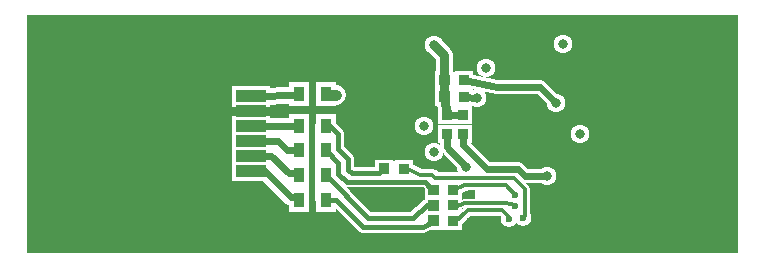
<source format=gbr>
%FSLAX34Y34*%
%MOMM*%
%LNCOPPER_BOTTOM*%
G71*
G01*
%ADD10R,1.500X1.500*%
%ADD11C,1.600*%
%ADD12C,1.400*%
%ADD13R,1.700X2.000*%
%ADD14R,3.300X1.800*%
%ADD15C,1.400*%
%ADD16C,0.800*%
%ADD17C,1.700*%
%ADD18C,0.700*%
%ADD19C,0.900*%
%ADD20C,0.400*%
%ADD21C,1.000*%
%ADD22C,1.100*%
%ADD23C,0.100*%
%ADD24C,1.200*%
%ADD25R,0.900X0.900*%
%ADD26C,0.600*%
%ADD27C,0.800*%
%ADD28R,0.900X1.200*%
%ADD29R,0.600X2.200*%
%ADD30R,2.500X1.000*%
%ADD31C,0.600*%
%ADD32C,1.500*%
%ADD33C,0.300*%
%LPD*%
G36*
X0Y1000000D02*
X602000Y1000000D01*
X602000Y798000D01*
X0Y798000D01*
X0Y1000000D01*
G37*
%LPC*%
G36*
X346123Y952004D02*
X361123Y952005D01*
X361123Y937005D01*
X346123Y937004D01*
X346123Y952004D01*
G37*
X370323Y944405D02*
G54D10*
D03*
X468500Y899300D02*
G54D11*
D03*
X454300Y974800D02*
G54D11*
D03*
X408100Y827300D02*
G54D12*
D03*
X413900Y847700D02*
G54D12*
D03*
X413800Y837900D02*
G54D12*
D03*
X420000Y827600D02*
G54D12*
D03*
X344830Y883298D02*
G54D11*
D03*
X440600Y863200D02*
G54D11*
D03*
X371975Y871329D02*
G54D11*
D03*
X230256Y905891D02*
G54D13*
D03*
X253256Y905891D02*
G54D13*
D03*
X230256Y884991D02*
G54D13*
D03*
X253256Y884991D02*
G54D13*
D03*
X230256Y864091D02*
G54D13*
D03*
X253256Y864091D02*
G54D13*
D03*
X230256Y843191D02*
G54D13*
D03*
X253256Y843191D02*
G54D13*
D03*
X230256Y932891D02*
G54D13*
D03*
X253256Y932891D02*
G54D13*
D03*
X389000Y954900D02*
G54D11*
D03*
X336200Y906000D02*
G54D11*
D03*
X345300Y974000D02*
G54D11*
D03*
X189770Y931400D02*
G54D14*
D03*
X189770Y918700D02*
G54D14*
D03*
X189770Y906000D02*
G54D14*
D03*
X189770Y893300D02*
G54D14*
D03*
X189770Y880600D02*
G54D14*
D03*
X189770Y867900D02*
G54D14*
D03*
G54D15*
X189770Y931400D02*
X230256Y931891D01*
G54D15*
X189770Y906000D02*
X230256Y905509D01*
G54D15*
X189770Y893300D02*
X212600Y893300D01*
X220500Y885400D01*
X229996Y885400D01*
X230256Y885659D01*
G54D15*
X189770Y880600D02*
X207300Y880600D01*
X222000Y865900D01*
X230065Y865900D01*
X230256Y865709D01*
G54D15*
X189770Y867900D02*
X201500Y867900D01*
X223500Y845900D01*
X230165Y845900D01*
X230256Y845809D01*
G36*
X215000Y904500D02*
X230500Y904500D01*
X230500Y853500D01*
X215000Y853500D01*
X215000Y904500D01*
G37*
G54D16*
X215000Y904500D02*
X230500Y904500D01*
X230500Y853500D01*
X215000Y853500D01*
X215000Y904500D01*
X262256Y931891D02*
G54D11*
D03*
G54D17*
X262256Y931891D02*
X253256Y931891D01*
X381400Y929600D02*
G54D11*
D03*
X448400Y925300D02*
G54D11*
D03*
G54D18*
X375000Y840500D02*
X406000Y840500D01*
X413800Y838400D01*
X413700Y838500D01*
X413800Y838400D01*
G54D16*
X371000Y855600D02*
X394000Y855600D01*
G54D16*
X367000Y861600D02*
X394000Y861600D01*
G54D16*
X394000Y855600D02*
X406000Y855600D01*
X413900Y847700D01*
G54D16*
X394000Y861600D02*
X412400Y861600D01*
X422000Y852000D01*
X422000Y829600D01*
X420000Y827600D01*
G54D19*
X362000Y825000D02*
X364000Y825000D01*
X372000Y833000D01*
G54D19*
X372000Y833000D02*
X373400Y834400D01*
X402400Y834400D01*
X408100Y828700D01*
X408100Y827300D01*
G54D18*
X360000Y836000D02*
X363000Y837000D01*
X371500Y840500D01*
X375000Y840500D01*
G54D19*
X361323Y851405D02*
X371000Y855600D01*
G36*
X230256Y905891D02*
X259742Y905891D01*
X259742Y844732D01*
X230256Y844732D01*
X230256Y905891D01*
G37*
G54D20*
X230256Y905891D02*
X259742Y905891D01*
X259742Y844732D01*
X230256Y844732D01*
X230256Y905891D01*
G54D21*
X345623Y838505D02*
X338688Y838452D01*
X327000Y828000D01*
X317000Y828000D01*
G54D21*
X316000Y820000D02*
X336000Y820000D01*
X344623Y825505D01*
G54D21*
X253256Y864091D02*
X289346Y828000D01*
X316000Y828000D01*
G54D21*
X316000Y820000D02*
X285000Y820000D01*
X262000Y843000D01*
X253446Y843000D01*
X253256Y843191D01*
G36*
X295123Y877004D02*
X310123Y877005D01*
X310123Y862005D01*
X295123Y862004D01*
X295123Y877004D01*
G37*
X319323Y869405D02*
G54D10*
D03*
G36*
X337123Y859004D02*
X352123Y859005D01*
X352123Y844005D01*
X337123Y844004D01*
X337123Y859004D01*
G37*
X361323Y851405D02*
G54D10*
D03*
G36*
X337123Y846004D02*
X352123Y846005D01*
X352123Y831005D01*
X337123Y831004D01*
X337123Y846004D01*
G37*
X361323Y838405D02*
G54D10*
D03*
G36*
X337123Y833004D02*
X352123Y833005D01*
X352123Y818005D01*
X337123Y818004D01*
X337123Y833004D01*
G37*
X361323Y825405D02*
G54D10*
D03*
G54D22*
X367000Y861600D02*
X345600Y861600D01*
X343000Y864000D01*
G54D22*
X340000Y864000D02*
X340000Y864000D01*
G54D16*
X344623Y852505D02*
X342495Y852505D01*
X337000Y858000D01*
X321000Y858000D01*
G54D16*
X321000Y858000D02*
X271000Y858000D01*
X264000Y865000D01*
X264000Y874246D01*
X253256Y884991D01*
G54D21*
X253256Y905891D02*
X257109Y905891D01*
X264000Y899000D01*
X264000Y886000D01*
X272464Y877546D01*
X272478Y868397D01*
X275142Y865504D01*
X298405Y865504D01*
X302623Y869505D01*
G54D22*
X323323Y869405D02*
X333265Y864053D01*
X343000Y864000D01*
G36*
X346123Y938004D02*
X361123Y938005D01*
X361123Y923005D01*
X346123Y923004D01*
X346123Y938004D01*
G37*
X370323Y930405D02*
G54D10*
D03*
G36*
X251000Y859000D02*
X263896Y859000D01*
X263896Y842317D01*
X251000Y842317D01*
X251000Y859000D01*
G37*
G54D23*
X251000Y859000D02*
X263896Y859000D01*
X263896Y842317D01*
X251000Y842317D01*
X251000Y859000D01*
G36*
X417000Y850000D02*
X409000Y850000D01*
X409000Y859000D01*
X417000Y859000D01*
X417000Y850000D01*
G37*
G54D23*
X417000Y850000D02*
X409000Y850000D01*
X409000Y859000D01*
X417000Y859000D01*
X417000Y850000D01*
X369680Y915304D02*
G54D10*
D03*
X369580Y898604D02*
G54D10*
D03*
X355580Y898604D02*
G54D10*
D03*
X355680Y915304D02*
G54D10*
D03*
G54D24*
X355580Y898604D02*
X355580Y887724D01*
X371975Y871329D01*
G54D24*
X369580Y898604D02*
X369580Y889420D01*
X390000Y869000D01*
X416000Y869000D01*
X422000Y863000D01*
X440400Y863000D01*
X440600Y863200D01*
G54D15*
X369680Y915304D02*
X355680Y915304D01*
G54D24*
X370323Y930405D02*
X381400Y929600D01*
G54D24*
X370323Y944405D02*
X398000Y939000D01*
X434700Y939000D01*
X448400Y925300D01*
G54D15*
X353623Y930505D02*
X355680Y915304D01*
G54D15*
X353623Y930505D02*
X353623Y944505D01*
X353623Y965677D01*
X345300Y974000D01*
G36*
X326000Y855000D02*
X300382Y855000D01*
X300382Y876491D01*
X326000Y876491D01*
X326000Y855000D01*
G37*
G54D23*
X326000Y855000D02*
X300382Y855000D01*
X300382Y876491D01*
X326000Y876491D01*
X326000Y855000D01*
G36*
X390000Y857000D02*
X376000Y857000D01*
X376000Y874000D01*
X390000Y874000D01*
X390000Y857000D01*
G37*
G54D23*
X390000Y857000D02*
X376000Y857000D01*
X376000Y874000D01*
X390000Y874000D01*
X390000Y857000D01*
G36*
X417000Y829000D02*
X405000Y829000D01*
X405000Y839000D01*
X417000Y839000D01*
X417000Y829000D01*
G37*
G54D23*
X417000Y829000D02*
X405000Y829000D01*
X405000Y839000D01*
X417000Y839000D01*
X417000Y829000D01*
G36*
X367000Y887000D02*
X355580Y887000D01*
X355580Y898604D01*
X367000Y898604D01*
X367000Y887000D01*
G37*
G54D23*
X367000Y887000D02*
X355580Y887000D01*
X355580Y898604D01*
X367000Y898604D01*
X367000Y887000D01*
G36*
X369680Y915304D02*
X353690Y915304D01*
X353690Y951485D01*
X369680Y951485D01*
X369680Y915304D01*
G37*
G54D23*
X369680Y915304D02*
X353690Y915304D01*
X353690Y951485D01*
X369680Y951485D01*
X369680Y915304D01*
G36*
X413800Y837900D02*
X380000Y837900D01*
X380000Y857000D01*
X413800Y857000D01*
X413800Y837900D01*
G37*
G54D23*
X413800Y837900D02*
X380000Y837900D01*
X380000Y857000D01*
X413800Y857000D01*
X413800Y837900D01*
G36*
X364000Y928000D02*
X376666Y928000D01*
X376666Y917383D01*
X364000Y917383D01*
X364000Y928000D01*
G37*
G54D23*
X364000Y928000D02*
X376666Y928000D01*
X376666Y917383D01*
X364000Y917383D01*
X364000Y928000D01*
G36*
X329000Y831000D02*
X340000Y831000D01*
X340000Y823000D01*
X329000Y823000D01*
X329000Y831000D01*
G37*
G54D23*
X329000Y831000D02*
X340000Y831000D01*
X340000Y823000D01*
X329000Y823000D01*
X329000Y831000D01*
G36*
X347000Y859000D02*
X358219Y859000D01*
X358219Y818463D01*
X347000Y818463D01*
X347000Y859000D01*
G37*
G54D23*
X347000Y859000D02*
X358219Y859000D01*
X358219Y818463D01*
X347000Y818463D01*
X347000Y859000D01*
%LPD*%
G36*
X349123Y949005D02*
X358123Y949005D01*
X358123Y940005D01*
X349123Y940005D01*
X349123Y949005D01*
G37*
X370323Y944405D02*
G54D25*
D03*
X394019Y912595D02*
G54D26*
D03*
X400019Y912595D02*
G54D26*
D03*
X406019Y912595D02*
G54D26*
D03*
X412019Y912595D02*
G54D26*
D03*
X394019Y906595D02*
G54D26*
D03*
X400019Y906595D02*
G54D26*
D03*
X406019Y906595D02*
G54D26*
D03*
X412019Y906595D02*
G54D26*
D03*
X394019Y900595D02*
G54D26*
D03*
X400019Y900595D02*
G54D26*
D03*
X406019Y900595D02*
G54D26*
D03*
X412019Y900595D02*
G54D26*
D03*
X394019Y894595D02*
G54D26*
D03*
X400019Y894595D02*
G54D26*
D03*
X406019Y894595D02*
G54D26*
D03*
X412019Y894595D02*
G54D26*
D03*
X418019Y912595D02*
G54D26*
D03*
X424019Y912595D02*
G54D26*
D03*
X418019Y906595D02*
G54D26*
D03*
X424019Y906595D02*
G54D26*
D03*
X418019Y900595D02*
G54D26*
D03*
X424019Y900595D02*
G54D26*
D03*
X418019Y894595D02*
G54D26*
D03*
X424019Y894595D02*
G54D26*
D03*
X394019Y888595D02*
G54D26*
D03*
X400019Y888595D02*
G54D26*
D03*
X406019Y888595D02*
G54D26*
D03*
X412019Y888595D02*
G54D26*
D03*
X394019Y882595D02*
G54D26*
D03*
X400019Y882595D02*
G54D26*
D03*
X406019Y882595D02*
G54D26*
D03*
X412019Y882595D02*
G54D26*
D03*
X418019Y888595D02*
G54D26*
D03*
X424019Y888595D02*
G54D26*
D03*
X418019Y882595D02*
G54D26*
D03*
X424019Y882595D02*
G54D26*
D03*
X452364Y914113D02*
G54D26*
D03*
X485864Y915113D02*
G54D26*
D03*
X485864Y921113D02*
G54D26*
D03*
X485864Y927113D02*
G54D26*
D03*
X495357Y932076D02*
G54D26*
D03*
X495396Y938314D02*
G54D26*
D03*
X491774Y926878D02*
G54D26*
D03*
X468500Y899300D02*
G54D27*
D03*
X454300Y974800D02*
G54D27*
D03*
X408100Y827300D02*
G54D26*
D03*
X413900Y847700D02*
G54D26*
D03*
X413800Y837900D02*
G54D26*
D03*
X420000Y827600D02*
G54D26*
D03*
X344830Y883298D02*
G54D27*
D03*
X493084Y881954D02*
G54D26*
D03*
X498814Y884192D02*
G54D26*
D03*
X504176Y887167D02*
G54D26*
D03*
X509079Y890862D02*
G54D26*
D03*
X513331Y895238D02*
G54D26*
D03*
X516906Y900134D02*
G54D26*
D03*
X519682Y905619D02*
G54D26*
D03*
X521925Y911318D02*
G54D26*
D03*
X524574Y916790D02*
G54D26*
D03*
X527901Y921917D02*
G54D26*
D03*
X531720Y926693D02*
G54D26*
D03*
X536093Y930911D02*
G54D26*
D03*
X540948Y934548D02*
G54D26*
D03*
X546146Y937618D02*
G54D26*
D03*
X551718Y940056D02*
G54D26*
D03*
X557516Y941841D02*
G54D26*
D03*
X563530Y942901D02*
G54D26*
D03*
X574514Y939183D02*
G54D26*
D03*
X580836Y939216D02*
G54D26*
D03*
X586961Y939348D02*
G54D26*
D03*
X593255Y939269D02*
G54D26*
D03*
X593322Y927339D02*
G54D26*
D03*
X573542Y960664D02*
G54D26*
D03*
X579631Y960656D02*
G54D26*
D03*
X585776Y960716D02*
G54D26*
D03*
X591966Y960751D02*
G54D26*
D03*
X595437Y965817D02*
G54D26*
D03*
X576584Y966053D02*
G54D26*
D03*
X582920Y966438D02*
G54D26*
D03*
X502401Y879253D02*
G54D26*
D03*
X513022Y873567D02*
G54D26*
D03*
X571905Y860641D02*
G54D26*
D03*
X577969Y860618D02*
G54D26*
D03*
X584001Y860624D02*
G54D26*
D03*
X590039Y860630D02*
G54D26*
D03*
X596080Y860618D02*
G54D26*
D03*
X594379Y866464D02*
G54D26*
D03*
X593873Y872464D02*
G54D26*
D03*
X593873Y879164D02*
G54D26*
D03*
X593873Y885264D02*
G54D26*
D03*
X593873Y892264D02*
G54D26*
D03*
X593873Y899264D02*
G54D26*
D03*
X593873Y906264D02*
G54D26*
D03*
X593873Y913264D02*
G54D26*
D03*
X593873Y920264D02*
G54D26*
D03*
X507867Y876704D02*
G54D26*
D03*
X576094Y866337D02*
G54D26*
D03*
X582104Y866352D02*
G54D26*
D03*
X588311Y866381D02*
G54D26*
D03*
X485640Y865805D02*
G54D26*
D03*
X491022Y868743D02*
G54D26*
D03*
X493272Y850445D02*
G54D26*
D03*
X570833Y839566D02*
G54D26*
D03*
X576854Y839341D02*
G54D26*
D03*
X582913Y839312D02*
G54D26*
D03*
X589016Y839337D02*
G54D26*
D03*
X595117Y839384D02*
G54D26*
D03*
X573597Y834213D02*
G54D26*
D03*
X579844Y834102D02*
G54D26*
D03*
X585989Y834006D02*
G54D26*
D03*
X592020Y834168D02*
G54D26*
D03*
X467610Y865896D02*
G54D26*
D03*
X479616Y865896D02*
G54D26*
D03*
X473587Y865871D02*
G54D26*
D03*
X579873Y921264D02*
G54D26*
D03*
X567873Y921264D02*
G54D26*
D03*
X554873Y921264D02*
G54D26*
D03*
X554873Y908264D02*
G54D26*
D03*
X567873Y908264D02*
G54D26*
D03*
X579873Y908264D02*
G54D26*
D03*
X554873Y895264D02*
G54D26*
D03*
X567873Y895264D02*
G54D26*
D03*
X579873Y895264D02*
G54D26*
D03*
X579873Y881264D02*
G54D26*
D03*
X567628Y881609D02*
G54D26*
D03*
X554873Y881264D02*
G54D26*
D03*
X540873Y881264D02*
G54D26*
D03*
X540873Y895264D02*
G54D26*
D03*
X541873Y908264D02*
G54D26*
D03*
X547873Y874264D02*
G54D26*
D03*
X561873Y873264D02*
G54D26*
D03*
X573873Y872264D02*
G54D26*
D03*
X584873Y872264D02*
G54D26*
D03*
X466373Y972264D02*
G54D26*
D03*
X499373Y965264D02*
G54D26*
D03*
X511373Y959264D02*
G54D26*
D03*
X525873Y968264D02*
G54D26*
D03*
X547873Y976264D02*
G54D26*
D03*
X570873Y977264D02*
G54D26*
D03*
X582438Y977273D02*
G54D26*
D03*
X521873Y980264D02*
G54D26*
D03*
X501873Y978264D02*
G54D26*
D03*
X467873Y979264D02*
G54D26*
D03*
X483873Y979264D02*
G54D26*
D03*
X474373Y979264D02*
G54D26*
D03*
X475087Y972058D02*
G54D26*
D03*
X492373Y972264D02*
G54D26*
D03*
X486690Y964926D02*
G54D26*
D03*
X513310Y969628D02*
G54D26*
D03*
X535873Y979264D02*
G54D26*
D03*
X440600Y863200D02*
G54D27*
D03*
X498995Y852679D02*
G54D26*
D03*
X512761Y836608D02*
G54D26*
D03*
X368605Y806050D02*
G54D26*
D03*
X361046Y806502D02*
G54D26*
D03*
X371975Y871329D02*
G54D27*
D03*
X230256Y905891D02*
G54D28*
D03*
X253256Y905891D02*
G54D28*
D03*
X241756Y905891D02*
G54D29*
D03*
X230256Y884991D02*
G54D28*
D03*
X253256Y884991D02*
G54D28*
D03*
X241756Y884991D02*
G54D29*
D03*
X230256Y864091D02*
G54D28*
D03*
X253256Y864091D02*
G54D28*
D03*
X241756Y864091D02*
G54D29*
D03*
X230256Y843191D02*
G54D28*
D03*
X253256Y843191D02*
G54D28*
D03*
X241756Y843191D02*
G54D29*
D03*
X230256Y932891D02*
G54D28*
D03*
X253256Y932891D02*
G54D28*
D03*
X241756Y932891D02*
G54D29*
D03*
X404542Y817820D02*
G54D26*
D03*
X404619Y805042D02*
G54D26*
D03*
X416729Y806012D02*
G54D26*
D03*
X426729Y806512D02*
G54D26*
D03*
X436729Y806512D02*
G54D26*
D03*
X446729Y806512D02*
G54D26*
D03*
X456729Y806512D02*
G54D26*
D03*
X466729Y806512D02*
G54D26*
D03*
X476729Y806512D02*
G54D26*
D03*
X486729Y806512D02*
G54D26*
D03*
X496729Y806512D02*
G54D26*
D03*
X506729Y806512D02*
G54D26*
D03*
X516729Y806512D02*
G54D26*
D03*
X526729Y806512D02*
G54D26*
D03*
X536729Y806512D02*
G54D26*
D03*
X546729Y806512D02*
G54D26*
D03*
X556729Y806512D02*
G54D26*
D03*
X566729Y806512D02*
G54D26*
D03*
X576729Y806512D02*
G54D26*
D03*
X586729Y806512D02*
G54D26*
D03*
X593600Y827000D02*
G54D26*
D03*
X593600Y817000D02*
G54D26*
D03*
X593600Y807000D02*
G54D26*
D03*
X536729Y991512D02*
G54D26*
D03*
X546729Y991512D02*
G54D26*
D03*
X556729Y991512D02*
G54D26*
D03*
X566729Y991512D02*
G54D26*
D03*
X576729Y991512D02*
G54D26*
D03*
X586729Y991512D02*
G54D26*
D03*
X593601Y991622D02*
G54D26*
D03*
X593601Y981622D02*
G54D26*
D03*
X593601Y971623D02*
G54D26*
D03*
X476729Y991512D02*
G54D26*
D03*
X486729Y991512D02*
G54D26*
D03*
X496729Y991512D02*
G54D26*
D03*
X506729Y991512D02*
G54D26*
D03*
X516729Y991512D02*
G54D26*
D03*
X526729Y991512D02*
G54D26*
D03*
X416729Y991512D02*
G54D26*
D03*
X426729Y991512D02*
G54D26*
D03*
X436729Y991512D02*
G54D26*
D03*
X446729Y991512D02*
G54D26*
D03*
X456729Y991512D02*
G54D26*
D03*
X466729Y991512D02*
G54D26*
D03*
X356729Y991512D02*
G54D26*
D03*
X366729Y991512D02*
G54D26*
D03*
X376729Y991512D02*
G54D26*
D03*
X386729Y991512D02*
G54D26*
D03*
X396729Y991512D02*
G54D26*
D03*
X406729Y991512D02*
G54D26*
D03*
X296729Y991512D02*
G54D26*
D03*
X306729Y991512D02*
G54D26*
D03*
X316729Y991512D02*
G54D26*
D03*
X326729Y991512D02*
G54D26*
D03*
X336729Y991512D02*
G54D26*
D03*
X346729Y991512D02*
G54D26*
D03*
X236729Y991512D02*
G54D26*
D03*
X246729Y991512D02*
G54D26*
D03*
X256729Y991512D02*
G54D26*
D03*
X266729Y991512D02*
G54D26*
D03*
X276729Y991512D02*
G54D26*
D03*
X286729Y991512D02*
G54D26*
D03*
X176729Y991512D02*
G54D26*
D03*
X186729Y991512D02*
G54D26*
D03*
X196729Y991512D02*
G54D26*
D03*
X206729Y991512D02*
G54D26*
D03*
X216729Y991512D02*
G54D26*
D03*
X226729Y991512D02*
G54D26*
D03*
X301729Y806512D02*
G54D26*
D03*
X311729Y806512D02*
G54D26*
D03*
X321729Y806512D02*
G54D26*
D03*
X331729Y806512D02*
G54D26*
D03*
X341729Y806512D02*
G54D26*
D03*
X351729Y806512D02*
G54D26*
D03*
X241729Y806512D02*
G54D26*
D03*
X251729Y806512D02*
G54D26*
D03*
X261729Y806512D02*
G54D26*
D03*
X271729Y806512D02*
G54D26*
D03*
X281729Y806512D02*
G54D26*
D03*
X291729Y806512D02*
G54D26*
D03*
X181729Y806512D02*
G54D26*
D03*
X191729Y806512D02*
G54D26*
D03*
X201729Y806512D02*
G54D26*
D03*
X211729Y806512D02*
G54D26*
D03*
X221729Y806512D02*
G54D26*
D03*
X231729Y806512D02*
G54D26*
D03*
X389000Y954900D02*
G54D27*
D03*
X336200Y906000D02*
G54D27*
D03*
X345300Y974000D02*
G54D27*
D03*
X189770Y931400D02*
G54D30*
D03*
X189770Y918700D02*
G54D30*
D03*
X189770Y906000D02*
G54D30*
D03*
X189770Y893300D02*
G54D30*
D03*
X189770Y880600D02*
G54D30*
D03*
X189770Y867900D02*
G54D30*
D03*
X241788Y941977D02*
G54D26*
D03*
X241788Y918877D02*
G54D26*
D03*
X241788Y895777D02*
G54D26*
D03*
X241823Y874578D02*
G54D26*
D03*
X241751Y853579D02*
G54D26*
D03*
X241752Y832079D02*
G54D26*
D03*
X241756Y843191D02*
G54D26*
D03*
X241756Y864091D02*
G54D26*
D03*
X241756Y884991D02*
G54D26*
D03*
X241756Y905891D02*
G54D26*
D03*
X241756Y931891D02*
G54D26*
D03*
X235288Y918877D02*
G54D26*
D03*
X229288Y918877D02*
G54D26*
D03*
X223288Y918877D02*
G54D26*
D03*
X248288Y918877D02*
G54D26*
D03*
G54D31*
X189770Y931400D02*
X230256Y931891D01*
G54D31*
X189770Y906000D02*
X230256Y905509D01*
G54D31*
X189770Y893300D02*
X212600Y893300D01*
X220500Y885400D01*
X229996Y885400D01*
X230256Y885659D01*
G54D31*
X189770Y880600D02*
X207300Y880600D01*
X222000Y865900D01*
X230065Y865900D01*
X230256Y865709D01*
G54D31*
X189770Y867900D02*
X201500Y867900D01*
X223500Y845900D01*
X230165Y845900D01*
X230256Y845809D01*
G54D16*
X189770Y918700D02*
X215850Y918650D01*
X216150Y918950D01*
G54D16*
X189770Y918700D02*
X165300Y918700D01*
X165000Y919000D01*
X209438Y918877D02*
G54D26*
D03*
X216150Y918950D02*
G54D26*
D03*
X262256Y931891D02*
G54D27*
D03*
G54D19*
X262256Y931891D02*
X253256Y931891D01*
X121729Y806512D02*
G54D26*
D03*
X131729Y806512D02*
G54D26*
D03*
X141729Y806512D02*
G54D26*
D03*
X151729Y806512D02*
G54D26*
D03*
X161729Y806512D02*
G54D26*
D03*
X171729Y806512D02*
G54D26*
D03*
X61729Y806512D02*
G54D26*
D03*
X71729Y806512D02*
G54D26*
D03*
X81729Y806512D02*
G54D26*
D03*
X91729Y806512D02*
G54D26*
D03*
X101729Y806512D02*
G54D26*
D03*
X111729Y806512D02*
G54D26*
D03*
X8229Y981512D02*
G54D26*
D03*
X8229Y971512D02*
G54D26*
D03*
X8229Y961512D02*
G54D26*
D03*
X8229Y951512D02*
G54D26*
D03*
X8229Y941512D02*
G54D26*
D03*
X8229Y931512D02*
G54D26*
D03*
X116729Y991512D02*
G54D26*
D03*
X126729Y991512D02*
G54D26*
D03*
X136729Y991512D02*
G54D26*
D03*
X146729Y991512D02*
G54D26*
D03*
X156729Y991512D02*
G54D26*
D03*
X166729Y991512D02*
G54D26*
D03*
X56729Y991512D02*
G54D26*
D03*
X66729Y991512D02*
G54D26*
D03*
X76729Y991512D02*
G54D26*
D03*
X86729Y991512D02*
G54D26*
D03*
X96729Y991512D02*
G54D26*
D03*
X106729Y991512D02*
G54D26*
D03*
X8229Y990012D02*
G54D26*
D03*
X16729Y991512D02*
G54D26*
D03*
X26729Y991512D02*
G54D26*
D03*
X36729Y991512D02*
G54D26*
D03*
X46729Y991512D02*
G54D26*
D03*
X11729Y806512D02*
G54D26*
D03*
X21729Y806512D02*
G54D26*
D03*
X31729Y806512D02*
G54D26*
D03*
X41729Y806512D02*
G54D26*
D03*
X51729Y806512D02*
G54D26*
D03*
X8229Y921512D02*
G54D26*
D03*
X8229Y911512D02*
G54D26*
D03*
X8229Y901512D02*
G54D26*
D03*
X8229Y891512D02*
G54D26*
D03*
X8229Y881512D02*
G54D26*
D03*
X8229Y871512D02*
G54D26*
D03*
X8229Y861512D02*
G54D26*
D03*
X8229Y851512D02*
G54D26*
D03*
X8229Y841512D02*
G54D26*
D03*
X8229Y831512D02*
G54D26*
D03*
X8229Y821512D02*
G54D26*
D03*
X8229Y813012D02*
G54D26*
D03*
X178288Y853150D02*
G54D26*
D03*
X187812Y853150D02*
G54D26*
D03*
X197338Y853150D02*
G54D26*
D03*
X203688Y827388D02*
G54D26*
D03*
X210038Y821038D02*
G54D26*
D03*
X216388Y816275D02*
G54D26*
D03*
X176700Y816275D02*
G54D26*
D03*
X187812Y816275D02*
G54D26*
D03*
X197338Y816275D02*
G54D26*
D03*
X205275Y816275D02*
G54D26*
D03*
X168762Y840088D02*
G54D26*
D03*
X168762Y856788D02*
G54D26*
D03*
X168762Y867075D02*
G54D26*
D03*
X168762Y878188D02*
G54D26*
D03*
X168762Y889300D02*
G54D26*
D03*
X168762Y897238D02*
G54D26*
D03*
X168762Y903588D02*
G54D26*
D03*
X165300Y918700D02*
G54D26*
D03*
X168762Y913112D02*
G54D26*
D03*
X168762Y924225D02*
G54D26*
D03*
X168762Y933750D02*
G54D26*
D03*
X168762Y944862D02*
G54D26*
D03*
X179875Y946500D02*
G54D26*
D03*
X189988Y946500D02*
G54D26*
D03*
X200512Y946500D02*
G54D26*
D03*
X206862Y971850D02*
G54D26*
D03*
X215212Y981200D02*
G54D26*
D03*
X202100Y979788D02*
G54D26*
D03*
X192575Y979788D02*
G54D26*
D03*
X181462Y979788D02*
G54D26*
D03*
X168762Y979788D02*
G54D26*
D03*
X22712Y978200D02*
G54D26*
D03*
X56050Y978200D02*
G54D26*
D03*
X89388Y978200D02*
G54D26*
D03*
X122725Y978200D02*
G54D26*
D03*
X149712Y978200D02*
G54D26*
D03*
X25888Y821038D02*
G54D26*
D03*
X56050Y821038D02*
G54D26*
D03*
X89388Y821038D02*
G54D26*
D03*
X122725Y821038D02*
G54D26*
D03*
X149712Y821038D02*
G54D26*
D03*
X38588Y949625D02*
G54D26*
D03*
X125900Y941688D02*
G54D26*
D03*
X81450Y914700D02*
G54D26*
D03*
X76688Y949625D02*
G54D26*
D03*
X138600Y871838D02*
G54D26*
D03*
X105262Y898825D02*
G54D26*
D03*
X119550Y843262D02*
G54D26*
D03*
X86212Y848025D02*
G54D26*
D03*
X37000Y900412D02*
G54D26*
D03*
X62400Y881362D02*
G54D26*
D03*
X44938Y846438D02*
G54D26*
D03*
X103675Y870250D02*
G54D26*
D03*
X30650Y873425D02*
G54D26*
D03*
G54D32*
X8002Y991897D02*
X593603Y992120D01*
G36*
X7999Y999397D02*
X8005Y984397D01*
X505Y984394D01*
X499Y999394D01*
X7999Y999397D01*
G37*
G36*
X593606Y984620D02*
X593600Y999620D01*
X601100Y999623D01*
X601106Y984623D01*
X593606Y984620D01*
G37*
G54D32*
X392005Y806050D02*
X593607Y805898D01*
G36*
X392011Y813550D02*
X391999Y798550D01*
X384499Y798556D01*
X384511Y813556D01*
X392011Y813550D01*
G37*
G36*
X593601Y798398D02*
X593613Y813398D01*
X601113Y813392D01*
X601101Y798392D01*
X593601Y798398D01*
G37*
G54D32*
X593702Y968997D02*
X593702Y982997D01*
G36*
X586202Y968997D02*
X601202Y968997D01*
X601202Y961497D01*
X586202Y961497D01*
X586202Y968997D01*
G37*
G36*
X601202Y982997D02*
X586202Y982997D01*
X586202Y990497D01*
X601202Y990497D01*
X601202Y982997D01*
G37*
G54D32*
X593852Y830997D02*
X593702Y968997D01*
G36*
X586352Y830989D02*
X601352Y831005D01*
X601360Y823505D01*
X586360Y823489D01*
X586352Y830989D01*
G37*
G36*
X601202Y969005D02*
X586202Y968989D01*
X586194Y976489D01*
X601194Y976505D01*
X601202Y969005D01*
G37*
G54D32*
X593852Y816997D02*
X593852Y830997D01*
G36*
X586352Y816997D02*
X601352Y816997D01*
X601352Y809497D01*
X586352Y809497D01*
X586352Y816997D01*
G37*
G36*
X601352Y830997D02*
X586352Y830997D01*
X586352Y838497D01*
X601352Y838497D01*
X601352Y830997D01*
G37*
G54D32*
X7902Y806047D02*
X392005Y806050D01*
G36*
X7902Y813547D02*
X7902Y798547D01*
X402Y798547D01*
X402Y813547D01*
X7902Y813547D01*
G37*
G36*
X392005Y798550D02*
X392005Y813550D01*
X399505Y813550D01*
X399505Y798550D01*
X392005Y798550D01*
G37*
G54D32*
X8002Y991897D02*
X8002Y806047D01*
X7902Y806047D01*
X419148Y966714D02*
G54D26*
D03*
X411897Y966714D02*
G54D26*
D03*
X381400Y929600D02*
G54D27*
D03*
X448400Y925300D02*
G54D27*
D03*
X457972Y919283D02*
G54D26*
D03*
X480520Y964799D02*
G54D26*
D03*
X493373Y950264D02*
G54D26*
D03*
X493373Y956264D02*
G54D26*
D03*
X492373Y962264D02*
G54D26*
D03*
X474520Y964799D02*
G54D26*
D03*
X468520Y964799D02*
G54D26*
D03*
X462520Y964799D02*
G54D26*
D03*
X456520Y963799D02*
G54D26*
D03*
X497577Y924380D02*
G54D26*
D03*
X495336Y944570D02*
G54D26*
D03*
X501903Y929244D02*
G54D26*
D03*
X492207Y895768D02*
G54D26*
D03*
X497461Y898745D02*
G54D26*
D03*
X502014Y902715D02*
G54D26*
D03*
X505658Y907566D02*
G54D26*
D03*
X508172Y913044D02*
G54D26*
D03*
X410552Y817579D02*
G54D26*
D03*
X416608Y818148D02*
G54D26*
D03*
X422621Y817914D02*
G54D26*
D03*
X427700Y821190D02*
G54D26*
D03*
X404570Y811411D02*
G54D26*
D03*
X432808Y824460D02*
G54D26*
D03*
X438996Y824869D02*
G54D26*
D03*
X445067Y824781D02*
G54D26*
D03*
X410602Y811532D02*
G54D26*
D03*
X416580Y812130D02*
G54D26*
D03*
X410740Y805427D02*
G54D26*
D03*
X422694Y811803D02*
G54D26*
D03*
X431084Y811066D02*
G54D26*
D03*
X433508Y818360D02*
G54D26*
D03*
X439580Y818797D02*
G54D26*
D03*
X445239Y815649D02*
G54D26*
D03*
X332543Y844013D02*
G54D26*
D03*
X325425Y844062D02*
G54D26*
D03*
X318975Y844047D02*
G54D26*
D03*
X333924Y850121D02*
G54D26*
D03*
X325247Y850886D02*
G54D26*
D03*
X317689Y850856D02*
G54D26*
D03*
X335097Y925105D02*
G54D26*
D03*
X335264Y931150D02*
G54D26*
D03*
X374149Y847806D02*
G54D26*
D03*
X375231Y825280D02*
G54D26*
D03*
X375231Y819280D02*
G54D26*
D03*
X375231Y813280D02*
G54D26*
D03*
X254288Y918877D02*
G54D26*
D03*
X260288Y918877D02*
G54D26*
D03*
G54D33*
X375000Y840500D02*
X406000Y840500D01*
X413800Y838400D01*
X413700Y838500D01*
X413800Y838400D01*
G54D33*
X371000Y855600D02*
X394000Y855600D01*
G54D33*
X367000Y861600D02*
X394000Y861600D01*
G54D33*
X394000Y855600D02*
X406000Y855600D01*
X413900Y847700D01*
G54D33*
X394000Y861600D02*
X412400Y861600D01*
X422000Y852000D01*
X422000Y829600D01*
X420000Y827600D01*
G54D33*
X362000Y825000D02*
X364000Y825000D01*
X372000Y833000D01*
G54D33*
X372000Y833000D02*
X373400Y834400D01*
X402400Y834400D01*
X408100Y828700D01*
X408100Y827300D01*
G54D33*
X360000Y836000D02*
X363000Y837000D01*
X371500Y840500D01*
X375000Y840500D01*
G54D33*
X361323Y851405D02*
X371000Y855600D01*
X375231Y807280D02*
G54D26*
D03*
G54D20*
X345623Y838505D02*
X338688Y838452D01*
X327000Y828000D01*
X317000Y828000D01*
G54D20*
X316000Y820000D02*
X336000Y820000D01*
X344623Y825505D01*
G54D20*
X253256Y864091D02*
X289346Y828000D01*
X316000Y828000D01*
G54D20*
X316000Y820000D02*
X285000Y820000D01*
X262000Y843000D01*
X253446Y843000D01*
X253256Y843191D01*
G36*
X298123Y874005D02*
X307123Y874005D01*
X307123Y865005D01*
X298123Y865005D01*
X298123Y874005D01*
G37*
X319323Y869405D02*
G54D25*
D03*
G36*
X340123Y856005D02*
X349123Y856005D01*
X349123Y847005D01*
X340123Y847005D01*
X340123Y856005D01*
G37*
X361323Y851405D02*
G54D25*
D03*
G36*
X340123Y843005D02*
X349123Y843005D01*
X349123Y834005D01*
X340123Y834005D01*
X340123Y843005D01*
G37*
X361323Y838405D02*
G54D25*
D03*
G36*
X340123Y830005D02*
X349123Y830005D01*
X349123Y821005D01*
X340123Y821005D01*
X340123Y830005D01*
G37*
X361323Y825405D02*
G54D25*
D03*
G54D33*
X367000Y861600D02*
X345600Y861600D01*
X343000Y864000D01*
G54D33*
X340000Y864000D02*
X340000Y864000D01*
G54D20*
X344623Y852505D02*
X342495Y852505D01*
X337000Y858000D01*
X321000Y858000D01*
G54D20*
X321000Y858000D02*
X271000Y858000D01*
X264000Y865000D01*
X264000Y874246D01*
X253256Y884991D01*
G54D20*
X253256Y905891D02*
X257109Y905891D01*
X264000Y899000D01*
X264000Y886000D01*
X272464Y877546D01*
X272478Y868397D01*
X275142Y865504D01*
X298405Y865504D01*
X302623Y869505D01*
G54D33*
X323323Y869405D02*
X333265Y864053D01*
X343000Y864000D01*
G36*
X349123Y935005D02*
X358123Y935005D01*
X358123Y926005D01*
X349123Y926005D01*
X349123Y935005D01*
G37*
X370323Y930405D02*
G54D25*
D03*
X369680Y915304D02*
G54D25*
D03*
X369580Y898604D02*
G54D25*
D03*
X355580Y898604D02*
G54D25*
D03*
X355680Y915304D02*
G54D25*
D03*
G54D31*
X355580Y898604D02*
X355580Y887724D01*
X371975Y871329D01*
G54D31*
X369580Y898604D02*
X369580Y889420D01*
X390000Y869000D01*
X416000Y869000D01*
X422000Y863000D01*
X440400Y863000D01*
X440600Y863200D01*
G54D31*
X369680Y915304D02*
X355680Y915304D01*
G54D31*
X370323Y930405D02*
X381400Y929600D01*
G54D31*
X370323Y944405D02*
X398000Y939000D01*
X434700Y939000D01*
X448400Y925300D01*
G54D16*
X353623Y930505D02*
X355680Y915304D01*
G54D16*
X353623Y930505D02*
X353623Y944505D01*
X353623Y965677D01*
X345300Y974000D01*
X277907Y850904D02*
G54D26*
D03*
X285907Y850904D02*
G54D26*
D03*
X293907Y850904D02*
G54D26*
D03*
X301907Y850904D02*
G54D26*
D03*
X309907Y850904D02*
G54D26*
D03*
X284907Y843904D02*
G54D26*
D03*
X290907Y838904D02*
G54D26*
D03*
X296641Y836240D02*
G54D26*
D03*
X302972Y836176D02*
G54D26*
D03*
X308010Y840375D02*
G54D26*
D03*
X314138Y840356D02*
G54D26*
D03*
X297416Y843540D02*
G54D26*
D03*
X369384Y814861D02*
G54D26*
D03*
X363072Y814813D02*
G54D26*
D03*
X356660Y814663D02*
G54D26*
D03*
X350149Y814764D02*
G54D26*
D03*
X343787Y814762D02*
G54D26*
D03*
X336850Y811736D02*
G54D26*
D03*
X326567Y811736D02*
G54D26*
D03*
X316319Y811849D02*
G54D26*
D03*
X306710Y811829D02*
G54D26*
D03*
X296620Y811730D02*
G54D26*
D03*
X286431Y811332D02*
G54D26*
D03*
X280521Y812930D02*
G54D26*
D03*
X275987Y817380D02*
G54D26*
D03*
X271595Y821616D02*
G54D26*
D03*
X267351Y825962D02*
G54D26*
D03*
X263076Y830468D02*
G54D26*
D03*
X255821Y830016D02*
G54D26*
D03*
X248234Y830033D02*
G54D26*
D03*
X235271Y829845D02*
G54D26*
D03*
X228295Y829845D02*
G54D26*
D03*
X230168Y819380D02*
G54D26*
D03*
X251421Y819186D02*
G54D26*
D03*
X486907Y826904D02*
G54D26*
D03*
X492907Y826904D02*
G54D26*
D03*
X498410Y829622D02*
G54D26*
D03*
X504473Y830567D02*
G54D26*
D03*
X510636Y830467D02*
G54D26*
D03*
X479347Y859872D02*
G54D26*
D03*
X488562Y860365D02*
G54D26*
D03*
X493271Y856413D02*
G54D26*
D03*
X496705Y866602D02*
G54D26*
D03*
X502390Y864212D02*
G54D26*
D03*
X507817Y860853D02*
G54D26*
D03*
X513372Y857816D02*
G54D26*
D03*
X518798Y854845D02*
G54D26*
D03*
X524419Y852584D02*
G54D26*
D03*
X529974Y850517D02*
G54D26*
D03*
X535788Y848514D02*
G54D26*
D03*
X541731Y846899D02*
G54D26*
D03*
X547633Y845692D02*
G54D26*
D03*
X553572Y844575D02*
G54D26*
D03*
X559630Y843811D02*
G54D26*
D03*
X565246Y841723D02*
G54D26*
D03*
X566216Y835711D02*
G54D26*
D03*
X560519Y837811D02*
G54D26*
D03*
X554533Y838594D02*
G54D26*
D03*
X548588Y839740D02*
G54D26*
D03*
X542712Y840958D02*
G54D26*
D03*
X536847Y842502D02*
G54D26*
D03*
X531102Y844470D02*
G54D26*
D03*
X525352Y846546D02*
G54D26*
D03*
X519662Y848808D02*
G54D26*
D03*
X513468Y851696D02*
G54D26*
D03*
X508056Y854776D02*
G54D26*
D03*
X502689Y857470D02*
G54D26*
D03*
X497557Y860620D02*
G54D26*
D03*
X499901Y846571D02*
G54D26*
D03*
X507406Y846571D02*
G54D26*
D03*
X513072Y843191D02*
G54D26*
D03*
X451510Y813700D02*
G54D26*
D03*
X470906Y813669D02*
G54D26*
D03*
X494724Y817746D02*
G54D26*
D03*
X507434Y817506D02*
G54D26*
D03*
X517746Y824221D02*
G54D26*
D03*
X522302Y832134D02*
G54D26*
D03*
X521264Y838286D02*
G54D26*
D03*
X534053Y833813D02*
G54D26*
D03*
X523022Y817266D02*
G54D26*
D03*
X536451Y817986D02*
G54D26*
D03*
X545564Y829017D02*
G54D26*
D03*
X550120Y818705D02*
G54D26*
D03*
X560671Y827338D02*
G54D26*
D03*
X564748Y818225D02*
G54D26*
D03*
X575300Y826139D02*
G54D26*
D03*
X579856Y818225D02*
G54D26*
D03*
X518231Y870482D02*
G54D26*
D03*
X523582Y867700D02*
G54D26*
D03*
X529076Y865251D02*
G54D26*
D03*
X534786Y863112D02*
G54D26*
D03*
X540508Y861180D02*
G54D26*
D03*
X546320Y859666D02*
G54D26*
D03*
X552286Y858449D02*
G54D26*
D03*
X558350Y857754D02*
G54D26*
D03*
X564414Y857406D02*
G54D26*
D03*
X566252Y863221D02*
G54D26*
D03*
X560189Y863668D02*
G54D26*
D03*
X554076Y864264D02*
G54D26*
D03*
X548012Y865507D02*
G54D26*
D03*
X541998Y867048D02*
G54D26*
D03*
X536133Y869036D02*
G54D26*
D03*
X530428Y871177D02*
G54D26*
D03*
X524885Y873662D02*
G54D26*
D03*
X519572Y876376D02*
G54D26*
D03*
X514322Y879400D02*
G54D26*
D03*
X508505Y882764D02*
G54D26*
D03*
X513272Y886512D02*
G54D26*
D03*
X517553Y890839D02*
G54D26*
D03*
X521089Y895806D02*
G54D26*
D03*
X523891Y901218D02*
G54D26*
D03*
X525994Y906881D02*
G54D26*
D03*
X528670Y912271D02*
G54D26*
D03*
X532020Y917495D02*
G54D26*
D03*
X535842Y922170D02*
G54D26*
D03*
X540253Y926492D02*
G54D26*
D03*
X545134Y930050D02*
G54D26*
D03*
X550426Y933255D02*
G54D26*
D03*
X555962Y935661D02*
G54D26*
D03*
X561896Y937128D02*
G54D26*
D03*
X568491Y939471D02*
G54D26*
D03*
X566840Y933635D02*
G54D26*
D03*
X572857Y933364D02*
G54D26*
D03*
X578876Y933531D02*
G54D26*
D03*
X584984Y933618D02*
G54D26*
D03*
X524907Y883904D02*
G54D26*
D03*
X532288Y891697D02*
G54D26*
D03*
X545941Y919557D02*
G54D26*
D03*
X412423Y983372D02*
G54D26*
D03*
X419572Y983486D02*
G54D26*
D03*
X510438Y918612D02*
G54D26*
D03*
X513173Y924052D02*
G54D26*
D03*
X516495Y929197D02*
G54D26*
D03*
X520288Y933961D02*
G54D26*
D03*
X524552Y938400D02*
G54D26*
D03*
X529109Y942399D02*
G54D26*
D03*
X534078Y945986D02*
G54D26*
D03*
X539341Y949044D02*
G54D26*
D03*
X544810Y951720D02*
G54D26*
D03*
X550554Y953811D02*
G54D26*
D03*
X556472Y955321D02*
G54D26*
D03*
X562428Y956231D02*
G54D26*
D03*
X567488Y959657D02*
G54D26*
D03*
X504358Y917928D02*
G54D26*
D03*
X506919Y923853D02*
G54D26*
D03*
X510208Y929434D02*
G54D26*
D03*
X514144Y934862D02*
G54D26*
D03*
X518659Y939794D02*
G54D26*
D03*
X523342Y944337D02*
G54D26*
D03*
X528449Y948404D02*
G54D26*
D03*
X534012Y952028D02*
G54D26*
D03*
X539703Y955086D02*
G54D26*
D03*
X545780Y957717D02*
G54D26*
D03*
X552162Y959657D02*
G54D26*
D03*
X558600Y961009D02*
G54D26*
D03*
X563673Y964375D02*
G54D26*
D03*
X569690Y965325D02*
G54D26*
D03*
X588974Y966098D02*
G54D26*
D03*
X502695Y938298D02*
G54D26*
D03*
X501702Y949504D02*
G54D26*
D03*
X501702Y957021D02*
G54D26*
D03*
X511064Y946383D02*
G54D26*
D03*
X523830Y958014D02*
G54D26*
D03*
X540567Y966525D02*
G54D26*
D03*
X555461Y968369D02*
G54D26*
D03*
X560709Y978723D02*
G54D26*
D03*
X355907Y980904D02*
G54D26*
D03*
X363056Y980940D02*
G54D26*
D03*
X360907Y974904D02*
G54D26*
D03*
X364907Y962904D02*
G54D26*
D03*
X364907Y956904D02*
G54D26*
D03*
X363907Y968904D02*
G54D26*
D03*
X341907Y961904D02*
G54D26*
D03*
X341963Y952618D02*
G54D26*
D03*
X338783Y938104D02*
G54D26*
D03*
X332024Y938046D02*
G54D26*
D03*
X331907Y944904D02*
G54D26*
D03*
X338907Y944904D02*
G54D26*
D03*
X322907Y953904D02*
G54D26*
D03*
X321907Y961904D02*
G54D26*
D03*
X313907Y961904D02*
G54D26*
D03*
X313907Y954904D02*
G54D26*
D03*
X315907Y948904D02*
G54D26*
D03*
X310907Y944904D02*
G54D26*
D03*
X308907Y937904D02*
G54D26*
D03*
X314907Y937904D02*
G54D26*
D03*
X292907Y944904D02*
G54D26*
D03*
X292907Y938904D02*
G54D26*
D03*
X294913Y933255D02*
G54D26*
D03*
X287907Y933904D02*
G54D26*
D03*
X281907Y932904D02*
G54D26*
D03*
X281907Y926904D02*
G54D26*
D03*
X281907Y919904D02*
G54D26*
D03*
X287907Y916904D02*
G54D26*
D03*
X293907Y916904D02*
G54D26*
D03*
X284907Y944904D02*
G54D26*
D03*
X276907Y944904D02*
G54D26*
D03*
X273907Y938904D02*
G54D26*
D03*
X273907Y931904D02*
G54D26*
D03*
X272907Y925860D02*
G54D26*
D03*
X268394Y921392D02*
G54D26*
D03*
X266152Y909882D02*
G54D26*
D03*
X265599Y915974D02*
G54D26*
D03*
X271174Y906372D02*
G54D26*
D03*
X271999Y900366D02*
G54D26*
D03*
X272222Y894251D02*
G54D26*
D03*
X278712Y898908D02*
G54D26*
D03*
X285808Y898799D02*
G54D26*
D03*
X293231Y898799D02*
G54D26*
D03*
X294105Y904804D02*
G54D26*
D03*
X294084Y910858D02*
G54D26*
D03*
X287729Y906231D02*
G54D26*
D03*
X279320Y908830D02*
G54D26*
D03*
X275344Y916820D02*
G54D26*
D03*
X204907Y848904D02*
G54D26*
D03*
X210907Y842904D02*
G54D26*
D03*
X215907Y836904D02*
G54D26*
D03*
X219907Y829904D02*
G54D26*
D03*
X209907Y944904D02*
G54D26*
D03*
X217212Y943409D02*
G54D26*
D03*
X224907Y946904D02*
G54D26*
D03*
X232907Y946904D02*
G54D26*
D03*
X215186Y974926D02*
G54D26*
D03*
X214869Y968429D02*
G54D26*
D03*
X215054Y961616D02*
G54D26*
D03*
X218671Y949603D02*
G54D26*
D03*
X215067Y955241D02*
G54D26*
D03*
X206907Y951904D02*
G54D26*
D03*
X206907Y962904D02*
G54D26*
D03*
X188907Y965904D02*
G54D26*
D03*
X168907Y962904D02*
G54D26*
D03*
X137907Y918904D02*
G54D26*
D03*
X146907Y890904D02*
G54D26*
D03*
X145907Y842904D02*
G54D26*
D03*
X148907Y952904D02*
G54D26*
D03*
X303662Y844911D02*
G54D26*
D03*
X290907Y873904D02*
G54D26*
D03*
X281828Y873802D02*
G54D26*
D03*
X457903Y813867D02*
G54D26*
D03*
X464510Y813700D02*
G54D26*
D03*
X591224Y933398D02*
G54D26*
D03*
M02*

</source>
